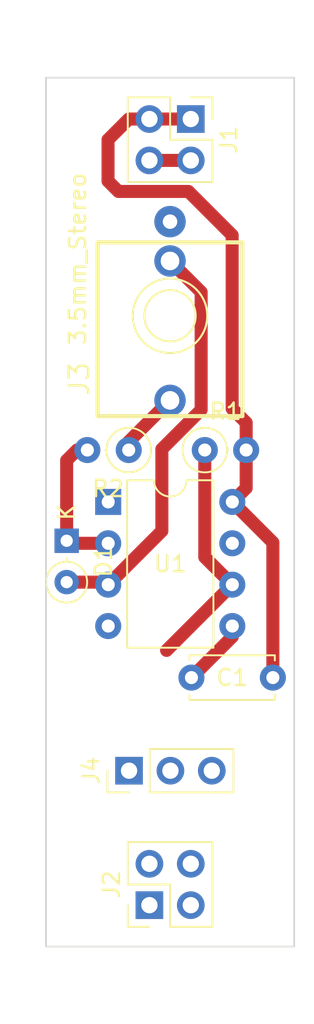
<source format=kicad_pcb>
(kicad_pcb (version 20211014) (generator pcbnew)
  (layers (0 "F.Cu" signal) (31 "B.Cu" signal) (34 "B.Paste" user) (35 "F.Paste" user) (36 "B.SilkS" user "B.Silkscreen") (37 "F.SilkS" user "F.Silkscreen") (38 "B.Mask" user) (39 "F.Mask" user) (44 "Edge.Cuts" user))
  (net 0 "")
  (net 1 "+5VA")
  (net 2 "GNDA")
  (net 3 "Net-(D1-Pad1)")
  (net 4 "Net-(D1-Pad2)")
  (net 5 "Net-(J2-Pad1)")
  (net 6 "Net-(J2-Pad2)")
  (net 7 "Net-(J3-Pad1)")
  (net 9 "/MIDI_IN")
  (footprint "Resistor_THT:R_Axial_DIN0207_L6.3mm_D2.5mm_P2.54mm_Vertical" (layer "F.Cu") (at 122.78 73.66)
    (fp_text reference "R1" (at 1.27 -2.37) (layer "F.SilkS"))
    (fp_text value "220")
    (fp_line (start 1.37 0) (end 1.44 0) (layer "F.SilkS") (width 0.12))
    (fp_circle (center 0 0) (end 1.37 0) (layer "F.SilkS") (width 0.12) (fill none))
    (pad "1" thru_hole circle (at 0 0) (size 1.6 1.6) (drill 0.8) (layers *.Cu *.Mask) (net 9 "/MIDI_IN"))
    (pad "2" thru_hole oval (at 2.54 0) (size 1.6 1.6) (drill 0.8) (layers *.Cu *.Mask) (net 1 "+5VA"))
  )
  (footprint "Connector_PinHeader_2.54mm:PinHeader_2x02_P2.54mm_Vertical" (layer "F.Cu") (at 119.38 101.6 90)
    (fp_text reference "J2" (at 1.27 -2.33 90) (layer "F.SilkS"))
    (fp_text value "Conn_02x02_Odd_Even")
    (fp_line (start 1.27 1.27) (end 1.27 -1.33) (layer "F.SilkS") (width 0.12))
    (fp_line (start -1.33 0) (end -1.33 -1.33) (layer "F.SilkS") (width 0.12))
    (fp_line (start -1.33 -1.33) (end 0 -1.33) (layer "F.SilkS") (width 0.12))
    (fp_line (start 1.27 -1.33) (end 3.87 -1.33) (layer "F.SilkS") (width 0.12))
    (fp_line (start -1.33 1.27) (end 1.27 1.27) (layer "F.SilkS") (width 0.12))
    (fp_line (start -1.33 3.87) (end 3.87 3.87) (layer "F.SilkS") (width 0.12))
    (fp_line (start -1.33 1.27) (end -1.33 3.87) (layer "F.SilkS") (width 0.12))
    (fp_line (start 3.87 -1.33) (end 3.87 3.87) (layer "F.SilkS") (width 0.12))
    (pad "1" thru_hole rect (at 0 0 90) (size 1.7 1.7) (drill 1) (layers *.Cu *.Mask) (net 5 "Net-(J2-Pad1)"))
    (pad "2" thru_hole oval (at 2.54 0 90) (size 1.7 1.7) (drill 1) (layers *.Cu *.Mask) (net 6 "Net-(J2-Pad2)"))
    (pad "3" thru_hole oval (at 0 2.54 90) (size 1.7 1.7) (drill 1) (layers *.Cu *.Mask) (net 5 "Net-(J2-Pad1)"))
    (pad "4" thru_hole oval (at 2.54 2.54 90) (size 1.7 1.7) (drill 1) (layers *.Cu *.Mask) (net 6 "Net-(J2-Pad2)"))
  )
  (footprint "Diode_THT:D_DO-34_SOD68_P2.54mm_Vertical_KathodeUp" (layer "F.Cu") (at 114.3 79.22967 -90)
    (fp_text reference "D1" (at 1.27 -2.25566 -90) (layer "F.SilkS"))
    (fp_text value "1n4148")
    (fp_text user "K" (at -1.75 0 -90) (layer "F.SilkS"))
    (fp_line (start 1.28434 0) (end 1.05 0) (layer "F.SilkS") (width 0.12))
    (fp_circle (center 2.54 0) (end 3.79566 0) (layer "F.SilkS") (width 0.12) (fill none))
    (pad "1" thru_hole rect (at 0 0 270) (size 1.5 1.5) (drill 0.75) (layers *.Cu *.Mask) (net 3 "Net-(D1-Pad1)"))
    (pad "2" thru_hole oval (at 2.54 0 270) (size 1.5 1.5) (drill 0.75) (layers *.Cu *.Mask) (net 4 "Net-(D1-Pad2)"))
  )
  (footprint "Package_DIP:DIP-8_W7.62mm" (layer "F.Cu") (at 116.85 76.845)
    (fp_text reference "U1" (at 3.81 3.8) (layer "F.SilkS"))
    (fp_text value "6N137")
    (fp_line (start 6.46 8.95) (end 6.46 -1.33) (layer "F.SilkS") (width 0.12))
    (fp_line (start 1.16 8.95) (end 6.46 8.95) (layer "F.SilkS") (width 0.12))
    (fp_line (start 2.81 -1.33) (end 1.16 -1.33) (layer "F.SilkS") (width 0.12))
    (fp_line (start 1.16 -1.33) (end 1.16 8.95) (layer "F.SilkS") (width 0.12))
    (fp_line (start 6.46 -1.33) (end 4.81 -1.33) (layer "F.SilkS") (width 0.12))
    (fp_arc (start 4.81 -1.33) (mid 3.81 -0.33) (end 2.81 -1.33) (layer "F.SilkS") (width 0.12))
    (pad "1" thru_hole rect (at 0 0) (size 1.6 1.6) (drill 0.8) (layers *.Cu *.Mask))
    (pad "2" thru_hole oval (at 0 2.54) (size 1.6 1.6) (drill 0.8) (layers *.Cu *.Mask) (net 3 "Net-(D1-Pad1)"))
    (pad "3" thru_hole oval (at 0 5.08) (size 1.6 1.6) (drill 0.8) (layers *.Cu *.Mask) (net 4 "Net-(D1-Pad2)"))
    (pad "4" thru_hole oval (at 0 7.62) (size 1.6 1.6) (drill 0.8) (layers *.Cu *.Mask))
    (pad "5" thru_hole oval (at 7.62 7.62) (size 1.6 1.6) (drill 0.8) (layers *.Cu *.Mask) (net 2 "GNDA"))
    (pad "6" thru_hole oval (at 7.62 5.08) (size 1.6 1.6) (drill 0.8) (layers *.Cu *.Mask) (net 9 "/MIDI_IN"))
    (pad "7" thru_hole oval (at 7.62 2.54) (size 1.6 1.6) (drill 0.8) (layers *.Cu *.Mask))
    (pad "8" thru_hole oval (at 7.62 0) (size 1.6 1.6) (drill 0.8) (layers *.Cu *.Mask) (net 1 "+5VA"))
  )
  (footprint "Connector_PinHeader_2.54mm:PinHeader_1x03_P2.54mm_Vertical" (layer "F.Cu") (at 118.13 93.345 90)
    (fp_text reference "J4" (at 0 -2.33 90) (layer "F.SilkS"))
    (fp_text value "Conn_01x03")
    (fp_line (start -1.33 1.27) (end 1.33 1.27) (layer "F.SilkS") (width 0.12))
    (fp_line (start -1.33 1.27) (end -1.33 6.41) (layer "F.SilkS") (width 0.12))
    (fp_line (start -1.33 -1.33) (end 0 -1.33) (layer "F.SilkS") (width 0.12))
    (fp_line (start 1.33 1.27) (end 1.33 6.41) (layer "F.SilkS") (width 0.12))
    (fp_line (start -1.33 6.41) (end 1.33 6.41) (layer "F.SilkS") (width 0.12))
    (fp_line (start -1.33 0) (end -1.33 -1.33) (layer "F.SilkS") (width 0.12))
    (pad "1" thru_hole rect (at 0 0 90) (size 1.7 1.7) (drill 1) (layers *.Cu *.Mask) (net 1 "+5VA"))
    (pad "2" thru_hole oval (at 0 2.54 90) (size 1.7 1.7) (drill 1) (layers *.Cu *.Mask) (net 9 "/MIDI_IN"))
    (pad "3" thru_hole oval (at 0 5.08 90) (size 1.7 1.7) (drill 1) (layers *.Cu *.Mask) (net 2 "GNDA"))
  )
  (footprint "4ms:EighthInch_PJ398SM" (layer "F.Cu") (at 120.645 65.405 90)
    (fp_text reference "J3" (at -5.0172 -4.866 90) (layer "F.SilkS") (effects (font (size 1.2065 1.2065) (thickness 0.1524)) (justify left bottom)))
    (fp_text value "3.5mm_Stereo" (at -1.905 -5.08 90) (layer "F.SilkS") (effects (justify left bottom)))
    (fp_line (start -6.1722 -4.445) (end -6.1722 4.445) (layer "F.SilkS") (width 0.254))
    (fp_line (start 4.4958 4.445) (end 4.4958 -4.445) (layer "F.SilkS") (width 0.254))
    (fp_line (start -6.1722 4.445) (end 4.4958 4.445) (layer "F.SilkS") (width 0.254))
    (fp_line (start 4.4958 -4.445) (end -6.1722 -4.445) (layer "F.SilkS") (width 0.254))
    (fp_circle (center -0.0127 0) (end 2.2733 0) (layer "F.SilkS") (width 0.127) (fill none))
    (fp_circle (center -0.0127 0) (end 1.5621 0) (layer "F.SilkS") (width 0.127) (fill none))
    (pad "1" thru_hole circle locked (at -5.207 0 90) (size 1.9304 1.9304) (drill 1.143) (layers *.Cu *.Mask) (net 7 "Net-(J3-Pad1)"))
    (pad "2" thru_hole circle locked (at 5.7658 0 90) (size 1.9304 1.9304) (drill 0.889) (layers *.Cu *.Mask))
    (pad "3" thru_hole circle locked (at 3.3528 0 90) (size 1.9304 1.9304) (drill 1.143) (layers *.Cu *.Mask) (net 4 "Net-(D1-Pad2)"))
  )
  (footprint "Connector_PinHeader_2.54mm:PinHeader_2x02_P2.54mm_Vertical" (layer "F.Cu") (at 121.92 53.34 -90)
    (fp_text reference "J1" (at 1.27 -2.33 90) (layer "F.SilkS"))
    (fp_text value "Conn_02x02_Odd_Even")
    (fp_line (start 3.87 -1.33) (end 3.87 3.87) (layer "F.SilkS") (width 0.12))
    (fp_line (start 1.27 1.27) (end 1.27 -1.33) (layer "F.SilkS") (width 0.12))
    (fp_line (start -1.33 -1.33) (end 0 -1.33) (layer "F.SilkS") (width 0.12))
    (fp_line (start -1.33 0) (end -1.33 -1.33) (layer "F.SilkS") (width 0.12))
    (fp_line (start -1.33 1.27) (end -1.33 3.87) (layer "F.SilkS") (width 0.12))
    (fp_line (start -1.33 1.27) (end 1.27 1.27) (layer "F.SilkS") (width 0.12))
    (fp_line (start 1.27 -1.33) (end 3.87 -1.33) (layer "F.SilkS") (width 0.12))
    (fp_line (start -1.33 3.87) (end 3.87 3.87) (layer "F.SilkS") (width 0.12))
    (pad "1" thru_hole rect (at 0 0 270) (size 1.7 1.7) (drill 1) (layers *.Cu *.Mask) (net 1 "+5VA"))
    (pad "2" thru_hole oval (at 2.54 0 270) (size 1.7 1.7) (drill 1) (layers *.Cu *.Mask) (net 2 "GNDA"))
    (pad "3" thru_hole oval (at 0 2.54 270) (size 1.7 1.7) (drill 1) (layers *.Cu *.Mask) (net 1 "+5VA"))
    (pad "4" thru_hole oval (at 2.54 2.54 270) (size 1.7 1.7) (drill 1) (layers *.Cu *.Mask) (net 2 "GNDA"))
  )
  (footprint "Capacitor_THT:C_Disc_D5.0mm_W2.5mm_P5.00mm" (layer "F.Cu") (at 126.96 87.63 180)
    (fp_text reference "C1" (at 2.5 0) (layer "F.SilkS"))
    (fp_text value "0.1uF")
    (fp_line (start -0.12 1.37) (end 5.12 1.37) (layer "F.SilkS") (width 0.12))
    (fp_line (start -0.12 -1.37) (end 5.12 -1.37) (layer "F.SilkS") (width 0.12))
    (fp_line (start -0.12 -1.37) (end -0.12 -1.055) (layer "F.SilkS") (width 0.12))
    (fp_line (start -0.12 1.055) (end -0.12 1.37) (layer "F.SilkS") (width 0.12))
    (fp_line (start 5.12 -1.37) (end 5.12 -1.055) (layer "F.SilkS") (width 0.12))
    (fp_line (start 5.12 1.055) (end 5.12 1.37) (layer "F.SilkS") (width 0.12))
    (pad "1" thru_hole circle (at 0 0 180) (size 1.6 1.6) (drill 0.8) (layers *.Cu *.Mask) (net 1 "+5VA"))
    (pad "2" thru_hole circle (at 5 0 180) (size 1.6 1.6) (drill 0.8) (layers *.Cu *.Mask) (net 2 "GNDA"))
  )
  (footprint "Resistor_THT:R_Axial_DIN0207_L6.3mm_D2.5mm_P2.54mm_Vertical" (layer "F.Cu") (at 118.11 73.66 180)
    (fp_text reference "R2" (at 1.27 -2.37) (layer "F.SilkS"))
    (fp_text value "220")
    (fp_line (start 1.37 0) (end 1.44 0) (layer "F.SilkS") (width 0.12))
    (fp_circle (center 0 0) (end 1.37 0) (layer "F.SilkS") (width 0.12) (fill none))
    (pad "1" thru_hole circle (at 0 0 180) (size 1.6 1.6) (drill 0.8) (layers *.Cu *.Mask) (net 7 "Net-(J3-Pad1)"))
    (pad "2" thru_hole oval (at 2.54 0 180) (size 1.6 1.6) (drill 0.8) (layers *.Cu *.Mask) (net 3 "Net-(D1-Pad1)"))
  )
  (gr_rect (start 113.03 50.8) (end 128.27 104.14) (layer "Edge.Cuts") (width 0.1) (fill none))
  (segment (start 118.11 53.34) (end 119.38 53.34) (width 0.8) (layer "F.Cu") (net 1))
  (segment (start 124.47 76.845) (end 125.32 75.995) (width 0.8) (layer "F.Cu") (net 1))
  (segment (start 125.32 75.995) (end 125.32 73.66) (width 0.8) (layer "F.Cu") (net 1))
  (segment (start 117.475 57.785) (end 116.84 57.15) (width 0.8) (layer "F.Cu") (net 1))
  (segment (start 121.775081 57.785) (end 117.475 57.785) (width 0.8) (layer "F.Cu") (net 1))
  (segment (start 126.96 79.335) (end 124.47 76.845) (width 0.8) (layer "F.Cu") (net 1))
  (segment (start 125.32 73.66) (end 125.32 71.98) (width 0.8) (layer "F.Cu") (net 1))
  (segment (start 125.32 71.98) (end 124.46 71.12) (width 0.8) (layer "F.Cu") (net 1))
  (segment (start 116.84 54.61) (end 118.11 53.34) (width 0.8) (layer "F.Cu") (net 1))
  (segment (start 124.46 60.469919) (end 121.775081 57.785) (width 0.8) (layer "F.Cu") (net 1))
  (segment (start 124.46 71.12) (end 124.46 60.469919) (width 0.8) (layer "F.Cu") (net 1))
  (segment (start 126.96 87.63) (end 126.96 79.335) (width 0.8) (layer "F.Cu") (net 1))
  (segment (start 116.84 57.15) (end 116.84 54.61) (width 0.8) (layer "F.Cu") (net 1))
  (segment (start 119.38 53.34) (end 121.92 53.34) (width 0.8) (layer "F.Cu") (net 1))
  (segment (start 121.92 55.88) (end 119.38 55.88) (width 0.8) (layer "F.Cu") (net 2))
  (segment (start 124.47 84.465) (end 124.47 85.12) (width 0.8) (layer "F.Cu") (net 2))
  (segment (start 124.47 85.12) (end 121.96 87.63) (width 0.8) (layer "F.Cu") (net 2))
  (segment (start 114.935 73.66) (end 114.3 74.295) (width 0.8) (layer "F.Cu") (net 3))
  (segment (start 114.3 74.295) (end 114.3 79.22967) (width 0.8) (layer "F.Cu") (net 3))
  (segment (start 116.85 79.385) (end 114.45533 79.385) (width 0.8) (layer "F.Cu") (net 3))
  (segment (start 114.45533 79.385) (end 114.3 79.22967) (width 0.8) (layer "F.Cu") (net 3))
  (segment (start 115.57 73.66) (end 114.935 73.66) (width 0.8) (layer "F.Cu") (net 3))
  (segment (start 114.3 81.76967) (end 116.69467 81.76967) (width 0.8) (layer "F.Cu") (net 4))
  (segment (start 116.85 81.925) (end 120.144511 78.630489) (width 0.8) (layer "F.Cu") (net 4))
  (segment (start 120.144511 78.630489) (end 120.144511 73.602256) (width 0.8) (layer "F.Cu") (net 4))
  (segment (start 122.555 63.9622) (end 120.645 62.0522) (width 0.8) (layer "F.Cu") (net 4))
  (segment (start 116.69467 81.76967) (end 116.85 81.925) (width 0.8) (layer "F.Cu") (net 4))
  (segment (start 120.144511 73.602256) (end 122.555 71.191767) (width 0.8) (layer "F.Cu") (net 4))
  (segment (start 122.555 71.191767) (end 122.555 63.9622) (width 0.8) (layer "F.Cu") (net 4))
  (segment (start 118.11 73.66) (end 118.11 73.147) (width 0.8) (layer "F.Cu") (net 7))
  (segment (start 118.11 73.147) (end 120.645 70.612) (width 0.8) (layer "F.Cu") (net 7))
  (segment (start 124.47 81.925) (end 122.78 80.235) (width 0.8) (layer "F.Cu") (net 9))
  (segment (start 122.78 80.235) (end 122.78 73.66) (width 0.8) (layer "F.Cu") (net 9))
  (segment (start 120.435 85.96) (end 124.47 81.925) (width 0.8) (layer "F.Cu") (net 9))
)
</source>
